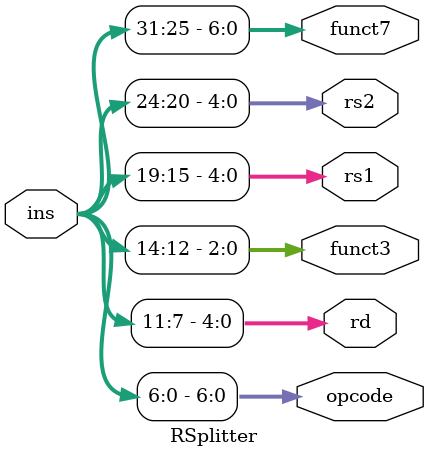
<source format=sv>
`timescale 1ns / 1ps


module RSplitter(
    input logic [31:0] ins,
    output logic [6:0] opcode,
    output logic [4:0] rd,
    output logic [2:0] funct3,
    output logic [4:0] rs1,
    output logic [4:0] rs2,
    output logic [6:0] funct7
    );
    
    assign {funct7, rs2, rs1, funct3, rd, opcode} = ins; 
    
endmodule

</source>
